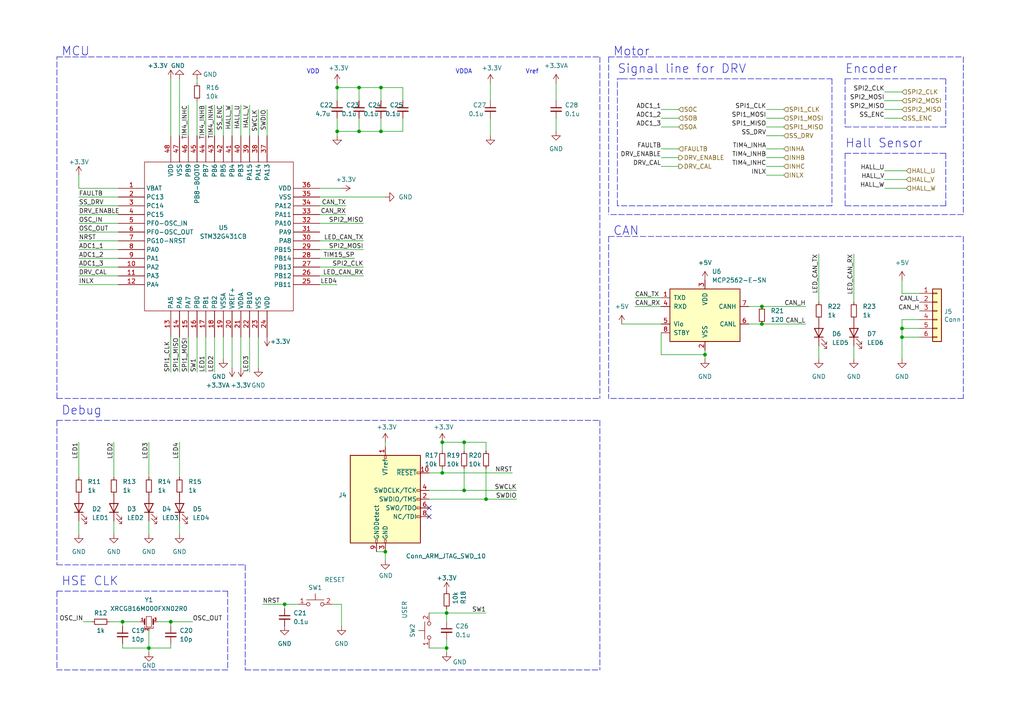
<source format=kicad_sch>
(kicad_sch (version 20231120) (generator "eeschema") (generator_version "8.0")
  (paper "A4")
  (lib_symbols
    (symbol "Connector:Conn_ARM_JTAG_SWD_10" (pin_names (offset 1.016))
      (property "Reference" "J" (at -2.54 16.51 0))
      (property "Value" "Conn_ARM_JTAG_SWD_10" (at -2.54 13.97 0))
      (symbol "Conn_ARM_JTAG_SWD_10_0_1"
        (rectangle (start -10.16 12.7) (end 10.16 -12.7) (stroke (width 0.254)) (fill (type background)))
        (rectangle (start -2.794 -12.7) (end -2.286 -11.684))
        (rectangle (start -0.254 -12.7) (end 0.254 -11.684))
        (rectangle (start -0.254 12.7) (end 0.254 11.684))
        (rectangle (start 9.144 2.286) (end 10.16 2.794))
        (rectangle (start 10.16 -2.794) (end 9.144 -2.286))
        (rectangle (start 10.16 -0.254) (end 9.144 0.254))
        (rectangle (start 10.16 7.874) (end 9.144 7.366))
      )
      (symbol "Conn_ARM_JTAG_SWD_10_1_1"
        (rectangle (start 9.144 -5.334) (end 10.16 -4.826))
        (pin power_in line (at 0 15.24 270) (length 2.54) (name "VTref") (number "1"))
        (pin open_collector line (at 12.7 7.62 180) (length 2.54) (name "~{RESET}") (number "10"))
        (pin bidirectional line (at 12.7 0 180) (length 2.54) (name "SWDIO/TMS") (number "2"))
        (pin power_in line (at 0 -15.24 90) (length 2.54) (name "GND") (number "3"))
        (pin output line (at 12.7 2.54 180) (length 2.54) (name "SWDCLK/TCK") (number "4"))
        (pin passive line (at 0 -15.24 90) (length 2.54) hide (name "GND") (number "5"))
        (pin input line (at 12.7 -2.54 180) (length 2.54) (name "SWO/TDO") (number "6"))
        (pin no_connect line (at -10.16 0 0) (length 2.54) hide (name "KEY") (number "7"))
        (pin output line (at 12.7 -5.08 180) (length 2.54) (name "NC/TDI") (number "8"))
        (pin passive line (at -2.54 -15.24 90) (length 2.54) (name "GNDDetect") (number "9"))
      )
    )
    (symbol "Connector_Generic:Conn_01x06" (pin_names (offset 1.016) hide)
      (property "Reference" "J" (at 0 7.62 0))
      (property "Value" "Conn_01x06" (at 0 -10.16 0))
      (symbol "Conn_01x06_1_1"
        (rectangle (start -1.27 -7.493) (end 0 -7.747) (stroke (width 0.1524)))
        (rectangle (start -1.27 -4.953) (end 0 -5.207) (stroke (width 0.1524)))
        (rectangle (start -1.27 -2.413) (end 0 -2.667) (stroke (width 0.1524)))
        (rectangle (start -1.27 0.127) (end 0 -0.127) (stroke (width 0.1524)))
        (rectangle (start -1.27 2.667) (end 0 2.413) (stroke (width 0.1524)))
        (rectangle (start -1.27 5.207) (end 0 4.953) (stroke (width 0.1524)))
        (rectangle (start -1.27 6.35) (end 1.27 -8.89) (stroke (width 0.254)) (fill (type background)))
        (pin passive line (at -5.08 5.08 0) (length 3.81) (name "Pin_1") (number "1"))
        (pin passive line (at -5.08 2.54 0) (length 3.81) (name "Pin_2") (number "2"))
        (pin passive line (at -5.08 0 0) (length 3.81) (name "Pin_3") (number "3"))
        (pin passive line (at -5.08 -2.54 0) (length 3.81) (name "Pin_4") (number "4"))
        (pin passive line (at -5.08 -5.08 0) (length 3.81) (name "Pin_5") (number "5"))
        (pin passive line (at -5.08 -7.62 0) (length 3.81) (name "Pin_6") (number "6"))
      )
    )
    (symbol "Device:C_Small" (pin_numbers hide) (pin_names (offset 0.254) hide)
      (property "Reference" "C" (at 0.254 1.778 0))
      (property "Value" "C_Small" (at 0.254 -2.032 0))
      (symbol "C_Small_0_1"
        (polyline (pts (xy -1.524 -0.508) (xy 1.524 -0.508)) (stroke (width 0.3302)))
        (polyline (pts (xy -1.524 0.508) (xy 1.524 0.508)) (stroke (width 0.3048)))
      )
      (symbol "C_Small_1_1"
        (pin passive line (at 0 2.54 270) (length 2.032) (name "~") (number "1"))
        (pin passive line (at 0 -2.54 90) (length 2.032) (name "~") (number "2"))
      )
    )
    (symbol "Device:Crystal_GND2_Small" (pin_names (offset 1.016) hide)
      (property "Reference" "Y" (at 0 5.08 0))
      (property "Value" "Crystal_GND2_Small" (at 0 3.175 0))
      (symbol "Crystal_GND2_Small_0_1"
        (rectangle (start -0.762 -1.524) (end 0.762 1.524))
        (polyline (pts (xy -1.27 -0.762) (xy -1.27 0.762)) (stroke (width 0.381)))
        (polyline (pts (xy 1.27 -0.762) (xy 1.27 0.762)) (stroke (width 0.381)))
        (polyline (pts (xy -1.27 -1.27) (xy -1.27 -1.905) (xy 1.27 -1.905) (xy 1.27 -1.27)))
      )
      (symbol "Crystal_GND2_Small_1_1"
        (pin passive line (at -2.54 0 0) (length 1.27) (name "1") (number "1"))
        (pin passive line (at 0 -2.54 90) (length 0.635) (name "2") (number "2"))
        (pin passive line (at 2.54 0 180) (length 1.27) (name "3") (number "3"))
      )
    )
    (symbol "Device:LED" (pin_numbers hide) (pin_names (offset 1.016) hide)
      (property "Reference" "D" (at 0 2.54 0))
      (property "Value" "LED" (at 0 -2.54 0))
      (symbol "LED_0_1"
        (polyline (pts (xy -1.27 -1.27) (xy -1.27 1.27)) (stroke (width 0.254)))
        (polyline (pts (xy -1.27 0) (xy 1.27 0)))
        (polyline (pts (xy 1.27 -1.27) (xy 1.27 1.27) (xy -1.27 0) (xy 1.27 -1.27)) (stroke (width 0.254)))
        (polyline (pts (xy -3.048 -0.762) (xy -4.572 -2.286) (xy -3.81 -2.286) (xy -4.572 -2.286) (xy -4.572 -1.524)))
        (polyline (pts (xy -1.778 -0.762) (xy -3.302 -2.286) (xy -2.54 -2.286) (xy -3.302 -2.286) (xy -3.302 -1.524)))
      )
      (symbol "LED_1_1"
        (pin passive line (at -3.81 0 0) (length 2.54) (name "K") (number "1"))
        (pin passive line (at 3.81 0 180) (length 2.54) (name "A") (number "2"))
      )
    )
    (symbol "Device:R_Small" (pin_numbers hide) (pin_names (offset 0.254) hide)
      (property "Reference" "R" (at 0.762 0.508 0))
      (property "Value" "R_Small" (at 0.762 -1.016 0))
      (symbol "R_Small_0_1"
        (rectangle (start -0.762 1.778) (end 0.762 -1.778) (stroke (width 0.2032)))
      )
      (symbol "R_Small_1_1"
        (pin passive line (at 0 2.54 270) (length 0.762) (name "~") (number "1"))
        (pin passive line (at 0 -2.54 90) (length 0.762) (name "~") (number "2"))
      )
    )
    (symbol "Interface_CAN_LIN:MCP2562-E-SN" (pin_names (offset 1.016))
      (property "Reference" "U" (at -10.16 8.89 0))
      (property "Value" "MCP2562-E-SN" (at 2.54 8.89 0))
      (symbol "MCP2562-E-SN_0_1"
        (rectangle (start -10.16 7.62) (end 10.16 -7.62) (stroke (width 0.254)) (fill (type background)))
      )
      (symbol "MCP2562-E-SN_1_1"
        (pin input line (at -12.7 5.08 0) (length 2.54) (name "TXD") (number "1"))
        (pin power_in line (at 0 -10.16 90) (length 2.54) (name "VSS") (number "2"))
        (pin power_in line (at 0 10.16 270) (length 2.54) (name "VDD") (number "3"))
        (pin output line (at -12.7 2.54 0) (length 2.54) (name "RXD") (number "4"))
        (pin power_in line (at -12.7 -2.54 0) (length 2.54) (name "Vio") (number "5"))
        (pin bidirectional line (at 12.7 -2.54 180) (length 2.54) (name "CANL") (number "6"))
        (pin bidirectional line (at 12.7 2.54 180) (length 2.54) (name "CANH") (number "7"))
        (pin input line (at -12.7 -5.08 0) (length 2.54) (name "STBY") (number "8"))
      )
    )
    (symbol "My_Device:SKRPACE" (pin_names (offset 1.016))
      (property "Reference" "SW" (at 0 6.35 0))
      (property "Value" "My_Device_SKRPACE" (at 0 8.89 0))
      (symbol "SKRPACE_1_1"
        (circle (center -2.032 0) (radius 0.508))
        (polyline (pts (xy 0 1.27) (xy 0 3.048)))
        (polyline (pts (xy 2.54 1.27) (xy -2.54 1.27)))
        (circle (center 2.032 0) (radius 0.508))
        (pin passive line (at -5.08 0 0) (length 2.54) (name "~") (number "1"))
        (pin passive line (at 5.08 0 180) (length 2.54) (name "~") (number "2"))
      )
    )
    (symbol "bldc_lib:STM32G431CB"
      (property "Reference" "U" (at 0 0 0))
      (property "Value" "STM32G431CB" (at 0 -2.54 0))
      (symbol "STM32G431CB_0_1"
        (rectangle (start -21.59 21.59) (end 21.59 -21.59))
      )
      (symbol "STM32G431CB_1_1"
        (pin input line (at -29.21 13.97 0) (length 7.62) (name "VBAT") (number "1"))
        (pin input line (at -29.21 -8.89 0) (length 7.62) (name "PA2") (number "10"))
        (pin input line (at -29.21 -11.43 0) (length 7.62) (name "PA3") (number "11"))
        (pin input line (at -29.21 -13.97 0) (length 7.62) (name "PA4") (number "12"))
        (pin input line (at -13.97 -29.21 90) (length 7.62) (name "PA5") (number "13"))
        (pin input line (at -11.43 -29.21 90) (length 7.62) (name "PA6") (number "14"))
        (pin input line (at -8.89 -29.21 90) (length 7.62) (name "PA7") (number "15"))
        (pin input line (at -6.35 -29.21 90) (length 7.62) (name "PB0") (number "16"))
        (pin input line (at -3.81 -29.21 90) (length 7.62) (name "PB1") (number "17"))
        (pin input line (at -1.27 -29.21 90) (length 7.62) (name "PB2") (number "18"))
        (pin input line (at 1.27 -29.21 90) (length 7.62) (name "VSSA") (number "19"))
        (pin input line (at -29.21 11.43 0) (length 7.62) (name "PC13") (number "2"))
        (pin input line (at 3.81 -29.21 90) (length 7.62) (name "VREF+") (number "20"))
        (pin input line (at 6.35 -29.21 90) (length 7.62) (name "VDDA") (number "21"))
        (pin input line (at 8.89 -29.21 90) (length 7.62) (name "PB10") (number "22"))
        (pin input line (at 11.43 -29.21 90) (length 7.62) (name "VSS") (number "23"))
        (pin input line (at 13.97 -29.21 90) (length 7.62) (name "VDD") (number "24"))
        (pin input line (at 29.21 -13.97 180) (length 7.62) (name "PB11") (number "25"))
        (pin input line (at 29.21 -11.43 180) (length 7.62) (name "PB12") (number "26"))
        (pin input line (at 29.21 -8.89 180) (length 7.62) (name "PB13") (number "27"))
        (pin input line (at 29.21 -6.35 180) (length 7.62) (name "PB14") (number "28"))
        (pin input line (at 29.21 -3.81 180) (length 7.62) (name "PB15") (number "29"))
        (pin input line (at -29.21 8.89 0) (length 7.62) (name "PC14") (number "3"))
        (pin input line (at 29.21 -1.27 180) (length 7.62) (name "PA8") (number "30"))
        (pin input line (at 29.21 1.27 180) (length 7.62) (name "PA9") (number "31"))
        (pin input line (at 29.21 3.81 180) (length 7.62) (name "PA10") (number "32"))
        (pin input line (at 29.21 6.35 180) (length 7.62) (name "PA11") (number "33"))
        (pin input line (at 29.21 8.89 180) (length 7.62) (name "PA12") (number "34"))
        (pin input line (at 29.21 11.43 180) (length 7.62) (name "VSS") (number "35"))
        (pin input line (at 29.21 13.97 180) (length 7.62) (name "VDD") (number "36"))
        (pin input line (at 13.97 29.21 270) (length 7.62) (name "PA13") (number "37"))
        (pin input line (at 11.43 29.21 270) (length 7.62) (name "PA14") (number "38"))
        (pin input line (at 8.89 29.21 270) (length 7.62) (name "PA15") (number "39"))
        (pin input line (at -29.21 6.35 0) (length 7.62) (name "PC15") (number "4"))
        (pin input line (at 6.35 29.21 270) (length 7.62) (name "PB3") (number "40"))
        (pin input line (at 3.81 29.21 270) (length 7.62) (name "PB4") (number "41"))
        (pin input line (at 1.27 29.21 270) (length 7.62) (name "PB5") (number "42"))
        (pin input line (at -1.27 29.21 270) (length 7.62) (name "PB6") (number "43"))
        (pin input line (at -3.81 29.21 270) (length 7.62) (name "PB7") (number "44"))
        (pin input line (at -6.35 29.21 270) (length 7.62) (name "PB8-BOOT0") (number "45"))
        (pin input line (at -8.89 29.21 270) (length 7.62) (name "PB9") (number "46"))
        (pin input line (at -11.43 29.21 270) (length 7.62) (name "VSS") (number "47"))
        (pin input line (at -13.97 29.21 270) (length 7.62) (name "VDD") (number "48"))
        (pin input line (at -29.21 3.81 0) (length 7.62) (name "PF0-OSC_IN") (number "5"))
        (pin input line (at -29.21 1.27 0) (length 7.62) (name "PF0-OSC_OUT") (number "6"))
        (pin input line (at -29.21 -1.27 0) (length 7.62) (name "PG10-NRST") (number "7"))
        (pin input line (at -29.21 -3.81 0) (length 7.62) (name "PA0") (number "8"))
        (pin input line (at -29.21 -6.35 0) (length 7.62) (name "PA1") (number "9"))
      )
    )
    (symbol "power:+3.3V" (power) (pin_names (offset 0))
      (property "Value" "+3.3V" (at 0 3.556 0))
      (symbol "+3.3V_0_1"
        (polyline (pts (xy -0.762 1.27) (xy 0 2.54)))
        (polyline (pts (xy 0 0) (xy 0 2.54)))
        (polyline (pts (xy 0 2.54) (xy 0.762 1.27)))
      )
      (symbol "+3.3V_1_1"
        (pin power_in line (at 0 0 90) (length 0) hide (name "+3.3V") (number "1"))
      )
    )
    (symbol "power:+3.3VA" (power) (pin_names (offset 0))
      (property "Value" "+3.3VA" (at 0 3.556 0))
      (symbol "+3.3VA_0_1"
        (polyline (pts (xy -0.762 1.27) (xy 0 2.54)))
        (polyline (pts (xy 0 0) (xy 0 2.54)))
        (polyline (pts (xy 0 2.54) (xy 0.762 1.27)))
      )
      (symbol "+3.3VA_1_1"
        (pin power_in line (at 0 0 90) (length 0) hide (name "+3.3VA") (number "1"))
      )
    )
    (symbol "power:+5V" (power) (pin_names (offset 0))
      (property "Value" "+5V" (at 0 3.556 0))
      (symbol "+5V_0_1"
        (polyline (pts (xy -0.762 1.27) (xy 0 2.54)))
        (polyline (pts (xy 0 0) (xy 0 2.54)))
        (polyline (pts (xy 0 2.54) (xy 0.762 1.27)))
      )
      (symbol "+5V_1_1"
        (pin power_in line (at 0 0 90) (length 0) hide (name "+5V") (number "1"))
      )
    )
    (symbol "power:GND" (power) (pin_names (offset 0))
      (property "Value" "GND" (at 0 -3.81 0))
      (symbol "GND_0_1"
        (polyline (pts (xy 0 0) (xy 0 -1.27) (xy 1.27 -1.27) (xy 0 -2.54) (xy -1.27 -1.27) (xy 0 -1.27)))
      )
      (symbol "GND_1_1"
        (pin power_in line (at 0 0 270) (length 0) hide (name "GND") (number "1"))
      )
    )
  )
  (junction (at 140.97 144.78))
  (junction (at 104.14 38.1))
  (junction (at 97.79 38.1))
  (junction (at 82.55 175.26))
  (junction (at 261.62 95.25))
  (junction (at 49.53 180.34))
  (junction (at 111.76 160.02))
  (junction (at 128.27 137.16))
  (junction (at 129.54 177.8))
  (junction (at 134.62 142.24))
  (junction (at 128.27 128.27))
  (junction (at 110.49 38.1))
  (junction (at 97.79 25.4))
  (junction (at 104.14 25.4))
  (junction (at 43.18 187.96))
  (junction (at 110.49 25.4))
  (junction (at 220.98 88.9))
  (junction (at 261.62 97.79))
  (junction (at 220.98 93.98))
  (junction (at 129.54 187.96))
  (junction (at 134.62 128.27))
  (junction (at 204.47 102.87))
  (junction (at 35.56 180.34))
  (no_connect (at 124.46 149.86))
  (no_connect (at 124.46 147.32))
  (polyline (pts (xy 176.53 16.51) (xy 176.53 62.23)) (stroke (width 0) (type dash)))
  (wire (pts (xy 92.71 57.15) (xy 111.76 57.15)))
  (wire (pts (xy 222.25 39.37) (xy 227.33 39.37)))
  (wire (pts (xy 204.47 102.87) (xy 204.47 104.14)))
  (polyline (pts (xy 245.11 44.45) (xy 274.32 44.45)) (stroke (width 0) (type dash)))
  (wire (pts (xy 124.46 187.96) (xy 129.54 187.96)))
  (polyline (pts (xy 180.34 22.86) (xy 241.3 22.86)) (stroke (width 0) (type dash)))
  (polyline (pts (xy 279.4 115.57) (xy 176.53 115.57)) (stroke (width 0) (type dash)))
  (wire (pts (xy 124.46 144.78) (xy 140.97 144.78)))
  (wire (pts (xy 82.55 176.53) (xy 82.55 175.26)))
  (polyline (pts (xy 279.4 16.51) (xy 279.4 62.23)) (stroke (width 0) (type dash)))
  (polyline (pts (xy 16.51 171.45) (xy 66.04 171.45)) (stroke (width 0) (type dash)))
  (wire (pts (xy 247.65 100.33) (xy 247.65 104.14)))
  (wire (pts (xy 111.76 162.56) (xy 111.76 160.02)))
  (wire (pts (xy 140.97 128.27) (xy 134.62 128.27)))
  (wire (pts (xy 97.79 34.29) (xy 97.79 38.1)))
  (polyline (pts (xy 173.99 121.92) (xy 173.99 163.83)) (stroke (width 0) (type dash)))
  (wire (pts (xy 237.49 73.66) (xy 237.49 87.63)))
  (wire (pts (xy 261.62 97.79) (xy 266.7 97.79)))
  (wire (pts (xy 97.79 38.1) (xy 104.14 38.1)))
  (wire (pts (xy 233.68 88.9) (xy 220.98 88.9)))
  (wire (pts (xy 45.72 180.34) (xy 49.53 180.34)))
  (wire (pts (xy 54.61 30.48) (xy 54.61 39.37)))
  (wire (pts (xy 191.77 48.26) (xy 196.85 48.26)))
  (wire (pts (xy 52.07 22.86) (xy 52.07 39.37)))
  (wire (pts (xy 74.93 97.79) (xy 74.93 106.68)))
  (wire (pts (xy 222.25 34.29) (xy 227.33 34.29)))
  (wire (pts (xy 22.86 74.93) (xy 34.29 74.93)))
  (wire (pts (xy 49.53 107.95) (xy 49.53 97.79)))
  (wire (pts (xy 43.18 128.27) (xy 43.18 138.43)))
  (wire (pts (xy 116.84 34.29) (xy 116.84 38.1)))
  (wire (pts (xy 140.97 144.78) (xy 149.86 144.78)))
  (polyline (pts (xy 179.07 22.86) (xy 180.34 22.86)) (stroke (width 0) (type dash)))
  (wire (pts (xy 97.79 25.4) (xy 104.14 25.4)))
  (polyline (pts (xy 176.53 68.58) (xy 279.4 68.58)) (stroke (width 0) (type dash)))
  (wire (pts (xy 124.46 177.8) (xy 129.54 177.8)))
  (wire (pts (xy 100.33 62.23) (xy 92.71 62.23)))
  (wire (pts (xy 261.62 92.71) (xy 266.7 92.71)))
  (wire (pts (xy 97.79 25.4) (xy 97.79 24.13)))
  (wire (pts (xy 49.53 186.69) (xy 49.53 187.96)))
  (wire (pts (xy 134.62 142.24) (xy 149.86 142.24)))
  (wire (pts (xy 124.46 137.16) (xy 128.27 137.16)))
  (wire (pts (xy 40.64 180.34) (xy 35.56 180.34)))
  (wire (pts (xy 67.31 30.48) (xy 67.31 39.37)))
  (polyline (pts (xy 16.51 121.92) (xy 16.51 163.83)) (stroke (width 0) (type dash)))
  (wire (pts (xy 220.98 93.98) (xy 217.17 93.98)))
  (wire (pts (xy 92.71 64.77) (xy 105.41 64.77)))
  (polyline (pts (xy 16.51 121.92) (xy 173.99 121.92)) (stroke (width 0) (type dash)))
  (wire (pts (xy 62.23 107.95) (xy 62.23 97.79)))
  (wire (pts (xy 191.77 34.29) (xy 196.85 34.29)))
  (wire (pts (xy 76.2 175.26) (xy 82.55 175.26)))
  (wire (pts (xy 67.31 106.68) (xy 67.31 97.79)))
  (wire (pts (xy 111.76 128.27) (xy 111.76 129.54)))
  (wire (pts (xy 69.85 30.48) (xy 69.85 39.37)))
  (wire (pts (xy 97.79 25.4) (xy 97.79 29.21)))
  (wire (pts (xy 35.56 186.69) (xy 35.56 187.96)))
  (wire (pts (xy 222.25 48.26) (xy 227.33 48.26)))
  (wire (pts (xy 22.86 80.01) (xy 34.29 80.01)))
  (wire (pts (xy 22.86 59.69) (xy 34.29 59.69)))
  (wire (pts (xy 110.49 25.4) (xy 110.49 29.21)))
  (polyline (pts (xy 241.3 59.69) (xy 179.07 59.69)) (stroke (width 0) (type dash)))
  (wire (pts (xy 222.25 45.72) (xy 227.33 45.72)))
  (wire (pts (xy 22.86 67.31) (xy 34.29 67.31)))
  (wire (pts (xy 140.97 177.8) (xy 129.54 177.8)))
  (polyline (pts (xy 16.51 171.45) (xy 16.51 194.31)) (stroke (width 0) (type dash)))
  (polyline (pts (xy 245.11 22.86) (xy 274.32 22.86)) (stroke (width 0) (type dash)))
  (wire (pts (xy 22.86 151.13) (xy 22.86 154.94)))
  (wire (pts (xy 69.85 106.68) (xy 69.85 97.79)))
  (wire (pts (xy 57.15 97.79) (xy 57.15 107.95)))
  (polyline (pts (xy 241.3 22.86) (xy 241.3 59.69)) (stroke (width 0) (type dash)))
  (wire (pts (xy 261.62 92.71) (xy 261.62 95.25)))
  (wire (pts (xy 128.27 137.16) (xy 148.59 137.16)))
  (wire (pts (xy 104.14 25.4) (xy 110.49 25.4)))
  (wire (pts (xy 261.62 97.79) (xy 261.62 104.14)))
  (wire (pts (xy 92.71 80.01) (xy 105.41 80.01)))
  (wire (pts (xy 33.02 151.13) (xy 33.02 154.94)))
  (wire (pts (xy 22.86 64.77) (xy 34.29 64.77)))
  (wire (pts (xy 72.39 97.79) (xy 72.39 107.95)))
  (polyline (pts (xy 274.32 36.83) (xy 245.11 36.83)) (stroke (width 0) (type dash)))
  (polyline (pts (xy 279.4 68.58) (xy 279.4 115.57)) (stroke (width 0) (type dash)))
  (wire (pts (xy 256.54 54.61) (xy 262.89 54.61)))
  (polyline (pts (xy 274.32 22.86) (xy 274.32 36.83)) (stroke (width 0) (type dash)))
  (wire (pts (xy 34.29 69.85) (xy 22.86 69.85)))
  (wire (pts (xy 256.54 52.07) (xy 262.89 52.07)))
  (wire (pts (xy 110.49 25.4) (xy 116.84 25.4)))
  (wire (pts (xy 128.27 135.89) (xy 128.27 137.16)))
  (wire (pts (xy 116.84 25.4) (xy 116.84 29.21)))
  (wire (pts (xy 191.77 36.83) (xy 196.85 36.83)))
  (wire (pts (xy 191.77 43.18) (xy 196.85 43.18)))
  (wire (pts (xy 64.77 30.48) (xy 64.77 39.37)))
  (polyline (pts (xy 176.53 68.58) (xy 176.53 115.57)) (stroke (width 0) (type dash)))
  (wire (pts (xy 31.75 180.34) (xy 35.56 180.34)))
  (wire (pts (xy 100.33 59.69) (xy 92.71 59.69)))
  (wire (pts (xy 104.14 38.1) (xy 110.49 38.1)))
  (wire (pts (xy 237.49 100.33) (xy 237.49 104.14)))
  (wire (pts (xy 62.23 30.48) (xy 62.23 39.37)))
  (wire (pts (xy 57.15 29.21) (xy 57.15 39.37)))
  (wire (pts (xy 92.71 77.47) (xy 105.41 77.47)))
  (wire (pts (xy 256.54 49.53) (xy 262.89 49.53)))
  (wire (pts (xy 191.77 102.87) (xy 204.47 102.87)))
  (wire (pts (xy 222.25 36.83) (xy 227.33 36.83)))
  (wire (pts (xy 124.46 142.24) (xy 134.62 142.24)))
  (polyline (pts (xy 71.12 163.83) (xy 71.12 194.31)) (stroke (width 0) (type dash)))
  (wire (pts (xy 82.55 175.26) (xy 86.36 175.26)))
  (polyline (pts (xy 179.07 59.69) (xy 179.07 22.86)) (stroke (width 0) (type dash)))
  (wire (pts (xy 92.71 54.61) (xy 99.06 54.61)))
  (wire (pts (xy 22.86 128.27) (xy 22.86 138.43)))
  (wire (pts (xy 220.98 88.9) (xy 217.17 88.9)))
  (wire (pts (xy 22.86 62.23) (xy 34.29 62.23)))
  (wire (pts (xy 161.29 24.13) (xy 161.29 29.21)))
  (wire (pts (xy 180.34 93.98) (xy 191.77 93.98)))
  (wire (pts (xy 191.77 45.72) (xy 196.85 45.72)))
  (wire (pts (xy 57.15 22.86) (xy 57.15 24.13)))
  (wire (pts (xy 247.65 73.66) (xy 247.65 87.63)))
  (wire (pts (xy 22.86 77.47) (xy 34.29 77.47)))
  (wire (pts (xy 35.56 187.96) (xy 43.18 187.96)))
  (polyline (pts (xy 16.51 16.51) (xy 173.99 16.51)) (stroke (width 0) (type dash)))
  (wire (pts (xy 110.49 34.29) (xy 110.49 38.1)))
  (polyline (pts (xy 173.99 16.51) (xy 173.99 115.57)) (stroke (width 0) (type dash)))
  (wire (pts (xy 49.53 180.34) (xy 49.53 181.61)))
  (wire (pts (xy 105.41 69.85) (xy 92.71 69.85)))
  (wire (pts (xy 142.24 24.13) (xy 142.24 29.21)))
  (wire (pts (xy 104.14 34.29) (xy 104.14 38.1)))
  (wire (pts (xy 43.18 187.96) (xy 49.53 187.96)))
  (wire (pts (xy 49.53 180.34) (xy 55.88 180.34)))
  (wire (pts (xy 140.97 130.81) (xy 140.97 128.27)))
  (polyline (pts (xy 173.99 163.83) (xy 173.99 194.31)) (stroke (width 0) (type dash)))
  (wire (pts (xy 49.53 22.86) (xy 49.53 39.37)))
  (polyline (pts (xy 274.32 59.69) (xy 245.11 59.69)) (stroke (width 0) (type dash)))
  (wire (pts (xy 64.77 97.79) (xy 64.77 104.14)))
  (wire (pts (xy 161.29 34.29) (xy 161.29 38.1)))
  (wire (pts (xy 43.18 182.88) (xy 43.18 187.96)))
  (wire (pts (xy 256.54 26.67) (xy 261.62 26.67)))
  (polyline (pts (xy 16.51 163.83) (xy 71.12 163.83)) (stroke (width 0) (type dash)))
  (wire (pts (xy 128.27 128.27) (xy 128.27 130.81)))
  (wire (pts (xy 261.62 95.25) (xy 266.7 95.25)))
  (wire (pts (xy 184.15 88.9) (xy 191.77 88.9)))
  (wire (pts (xy 102.87 74.93) (xy 92.71 74.93)))
  (wire (pts (xy 261.62 95.25) (xy 261.62 97.79)))
  (wire (pts (xy 134.62 128.27) (xy 128.27 128.27)))
  (wire (pts (xy 111.76 160.02) (xy 109.22 160.02)))
  (wire (pts (xy 129.54 176.53) (xy 129.54 177.8)))
  (polyline (pts (xy 71.12 194.31) (xy 173.99 194.31)) (stroke (width 0) (type dash)))
  (wire (pts (xy 104.14 25.4) (xy 104.14 29.21)))
  (polyline (pts (xy 16.51 115.57) (xy 16.51 16.51)) (stroke (width 0) (type dash)))
  (wire (pts (xy 191.77 96.52) (xy 191.77 102.87)))
  (wire (pts (xy 52.07 128.27) (xy 52.07 138.43)))
  (polyline (pts (xy 245.11 44.45) (xy 245.11 59.69)) (stroke (width 0) (type dash)))
  (wire (pts (xy 77.47 31.75) (xy 77.47 39.37)))
  (wire (pts (xy 22.86 50.8) (xy 22.86 54.61)))
  (wire (pts (xy 261.62 85.09) (xy 261.62 81.28)))
  (polyline (pts (xy 66.04 171.45) (xy 66.04 194.31)) (stroke (width 0) (type dash)))
  (wire (pts (xy 129.54 185.42) (xy 129.54 187.96)))
  (wire (pts (xy 233.68 93.98) (xy 220.98 93.98)))
  (wire (pts (xy 43.18 187.96) (xy 43.18 189.23)))
  (polyline (pts (xy 245.11 22.86) (xy 245.11 36.83)) (stroke (width 0) (type dash)))
  (wire (pts (xy 204.47 101.6) (xy 204.47 102.87)))
  (polyline (pts (xy 176.53 16.51) (xy 279.4 16.51)) (stroke (width 0) (type dash)))
  (wire (pts (xy 22.86 82.55) (xy 34.29 82.55)))
  (wire (pts (xy 261.62 85.09) (xy 266.7 85.09)))
  (wire (pts (xy 54.61 107.95) (xy 54.61 97.79)))
  (wire (pts (xy 222.25 43.18) (xy 227.33 43.18)))
  (wire (pts (xy 59.69 107.95) (xy 59.69 97.79)))
  (wire (pts (xy 52.07 107.95) (xy 52.07 97.79)))
  (wire (pts (xy 191.77 31.75) (xy 196.85 31.75)))
  (wire (pts (xy 97.79 38.1) (xy 97.79 39.37)))
  (wire (pts (xy 256.54 34.29) (xy 261.62 34.29)))
  (wire (pts (xy 134.62 130.81) (xy 134.62 128.27)))
  (polyline (pts (xy 274.32 44.45) (xy 274.32 59.69)) (stroke (width 0) (type dash)))
  (wire (pts (xy 99.06 181.61) (xy 99.06 175.26)))
  (polyline (pts (xy 66.04 194.31) (xy 16.51 194.31)) (stroke (width 0) (type dash)))
  (wire (pts (xy 52.07 151.13) (xy 52.07 154.94)))
  (wire (pts (xy 72.39 30.48) (xy 72.39 39.37)))
  (wire (pts (xy 134.62 135.89) (xy 134.62 142.24)))
  (wire (pts (xy 22.86 57.15) (xy 34.29 57.15)))
  (wire (pts (xy 43.18 151.13) (xy 43.18 154.94)))
  (wire (pts (xy 184.15 86.36) (xy 191.77 86.36)))
  (wire (pts (xy 22.86 54.61) (xy 34.29 54.61)))
  (wire (pts (xy 59.69 30.48) (xy 59.69 39.37)))
  (wire (pts (xy 129.54 177.8) (xy 129.54 180.34)))
  (wire (pts (xy 22.86 72.39) (xy 34.29 72.39)))
  (wire (pts (xy 99.06 175.26) (xy 96.52 175.26)))
  (wire (pts (xy 129.54 189.23) (xy 129.54 187.96)))
  (wire (pts (xy 35.56 180.34) (xy 35.56 181.61)))
  (wire (pts (xy 24.13 180.34) (xy 26.67 180.34)))
  (wire (pts (xy 97.79 82.55) (xy 92.71 82.55)))
  (wire (pts (xy 256.54 29.21) (xy 261.62 29.21)))
  (wire (pts (xy 142.24 34.29) (xy 142.24 39.37)))
  (wire (pts (xy 74.93 31.75) (xy 74.93 39.37)))
  (wire (pts (xy 222.25 31.75) (xy 227.33 31.75)))
  (wire (pts (xy 33.02 128.27) (xy 33.02 138.43)))
  (wire (pts (xy 222.25 50.8) (xy 227.33 50.8)))
  (polyline (pts (xy 16.51 115.57) (xy 173.99 115.57)) (stroke (width 0) (type dash)))
  (wire (pts (xy 92.71 72.39) (xy 105.41 72.39)))
  (polyline (pts (xy 279.4 62.23) (xy 176.53 62.23)) (stroke (width 0) (type dash)))
  (wire (pts (xy 256.54 31.75) (xy 261.62 31.75)))
  (wire (pts (xy 110.49 38.1) (xy 116.84 38.1)))
  (wire (pts (xy 140.97 135.89) (xy 140.97 144.78)))
  (text "Motor" (at 177.8 16.51 0) (effects (font (size 2.54 2.54)) (justify left bottom)))
  (text "HSE CLK" (at 17.78 170.18 0) (effects (font (size 2.54 2.54)) (justify left bottom)))
  (text "MCU" (at 17.78 16.51 0) (effects (font (size 2.54 2.54)) (justify left bottom)))
  (text "CAN" (at 177.8 68.58 0) (effects (font (size 2.54 2.54)) (justify left bottom)))
  (text "Encoder" (at 245.11 21.59 0) (effects (font (size 2.54 2.54)) (justify left bottom)))
  (text "Signal line for DRV" (at 179.07 21.59 0) (effects (font (size 2.54 2.54)) (justify left bottom)))
  (text "Debug" (at 17.78 120.65 0) (effects (font (size 2.54 2.54)) (justify left bottom)))
  (text "VDD" (at 88.9 21.59 0) (effects (font (size 1.27 1.27)) (justify left bottom)))
  (text "Vref" (at 152.4 21.59 0) (effects (font (size 1.27 1.27)) (justify left bottom)))
  (text "VDDA" (at 132.08 21.59 0) (effects (font (size 1.27 1.27)) (justify left bottom)))
  (text "Hall Sensor" (at 245.11 43.18 0) (effects (font (size 2.54 2.54)) (justify left bottom)))
  (label "SPI1_MISO" (at 52.07 107.95 90))
  (label "DRV_CAL" (at 22.86 80.01 0))
  (label "LED_CAN_TX" (at 237.49 73.66 270))
  (label "SPI2_CLK" (at 105.41 77.47 180))
  (label "SS_DRV" (at 22.86 59.69 0))
  (label "INLX" (at 22.86 82.55 0))
  (label "OSC_OUT" (at 22.86 67.31 0))
  (label "DRV_ENABLE" (at 22.86 62.23 0))
  (label "LED4" (at 97.79 82.55 180))
  (label "FAULTB" (at 191.77 43.18 180))
  (label "ADC1_2" (at 191.77 34.29 180))
  (label "TIM4_INHA" (at 222.25 43.18 180))
  (label "SS_ENC" (at 64.77 30.48 270))
  (label "HALL_W" (at 256.54 54.61 180))
  (label "LED_CAN_RX" (at 105.41 80.01 180))
  (label "CAN_L" (at 233.68 93.98 180))
  (label "OSC_IN" (at 22.86 64.77 0))
  (label "SWCLK" (at 74.93 31.75 270))
  (label "LED_CAN_RX" (at 247.65 73.66 270))
  (label "SS_ENC" (at 256.54 34.29 180))
  (label "ADC1_3" (at 191.77 36.83 180))
  (label "SPI1_CLK" (at 222.25 31.75 180))
  (label "CAN_H" (at 233.68 88.9 180))
  (label "LED1" (at 59.69 107.95 90))
  (label "OSC_OUT" (at 55.88 180.34 0))
  (label "TIM15_SP" (at 102.87 74.93 180))
  (label "DRV_ENABLE" (at 191.77 45.72 180))
  (label "SPI2_MISO" (at 105.41 64.77 180))
  (label "ADC1_1" (at 22.86 72.39 0))
  (label "SWDIO" (at 149.86 144.78 180))
  (label "SS_DRV" (at 222.25 39.37 180))
  (label "DRV_CAL" (at 191.77 48.26 180))
  (label "SPI1_MOSI" (at 222.25 34.29 180))
  (label "CAN_H" (at 266.7 90.17 180))
  (label "TIM4_INHC" (at 54.61 30.48 270))
  (label "SPI2_MISO" (at 256.54 31.75 180))
  (label "SPI2_MOSI" (at 256.54 29.21 180))
  (label "SPI1_CLK" (at 49.53 107.95 90))
  (label "SW1" (at 57.15 107.95 90))
  (label "OSC_IN" (at 24.13 180.34 180))
  (label "LED4" (at 52.07 128.27 270))
  (label "TIM4_INHB" (at 59.69 30.48 270))
  (label "LED2" (at 33.02 128.27 270))
  (label "CAN_TX" (at 100.33 59.69 180))
  (label "CAN_RX" (at 184.15 88.9 0))
  (label "NRST" (at 76.2 175.26 0))
  (label "SPI1_MOSI" (at 54.61 107.95 90))
  (label "TIM4_INHC" (at 222.25 48.26 180))
  (label "NRST" (at 22.86 69.85 0))
  (label "SWDIO" (at 77.47 31.75 270))
  (label "HALL_U" (at 69.85 30.48 270))
  (label "SW1" (at 140.97 177.8 180))
  (label "NRST" (at 148.59 137.16 180))
  (label "INLX" (at 222.25 50.8 180))
  (label "SPI1_MISO" (at 222.25 36.83 180))
  (label "HALL_V" (at 256.54 52.07 180))
  (label "ADC1_3" (at 22.86 77.47 0))
  (label "LED3" (at 43.18 128.27 270))
  (label "ADC1_1" (at 191.77 31.75 180))
  (label "LED2" (at 62.23 107.95 90))
  (label "FAULTB" (at 22.86 57.15 0))
  (label "SPI2_MOSI" (at 105.41 72.39 180))
  (label "HALL_V" (at 72.39 30.48 270))
  (label "LED1" (at 22.86 128.27 270))
  (label "TIM4_INHA" (at 62.23 30.48 270))
  (label "CAN_TX" (at 184.15 86.36 0))
  (label "SWCLK" (at 149.86 142.24 180))
  (label "CAN_L" (at 266.7 87.63 180))
  (label "LED_CAN_TX" (at 105.41 69.85 180))
  (label "ADC1_2" (at 22.86 74.93 0))
  (label "HALL_U" (at 256.54 49.53 180))
  (label "TIM4_INHB" (at 222.25 45.72 180))
  (label "LED3" (at 72.39 107.95 90))
  (label "CAN_RX" (at 100.33 62.23 180))
  (label "SPI2_CLK" (at 256.54 26.67 180))
  (label "HALL_W" (at 67.31 30.48 270))
  (hierarchical_label "SOC" (shape input) (at 196.85 31.75 0))
  (hierarchical_label "SPI1_CLK" (shape input) (at 227.33 31.75 0))
  (hierarchical_label "SPI2_CLK" (shape input) (at 261.62 26.67 0))
  (hierarchical_label "SPI2_MOSI" (shape input) (at 261.62 29.21 0))
  (hierarchical_label "FAULTB" (shape input) (at 196.85 43.18 0))
  (hierarchical_label "HALL_U" (shape input) (at 262.89 49.53 0))
  (hierarchical_label "DRV_ENABLE" (shape output) (at 196.85 45.72 0))
  (hierarchical_label "SPI1_MOSI" (shape input) (at 227.33 34.29 0))
  (hierarchical_label "SS_ENC" (shape input) (at 261.62 34.29 0))
  (hierarchical_label "SS_DRV" (shape input) (at 227.33 39.37 0))
  (hierarchical_label "INLX" (shape input) (at 227.33 50.8 0))
  (hierarchical_label "SOA" (shape input) (at 196.85 36.83 0))
  (hierarchical_label "HALL_W" (shape input) (at 262.89 54.61 0))
  (hierarchical_label "INHC" (shape input) (at 227.33 48.26 0))
  (hierarchical_label "SPI1_MISO" (shape input) (at 227.33 36.83 0))
  (hierarchical_label "HALL_V" (shape input) (at 262.89 52.07 0))
  (hierarchical_label "INHB" (shape input) (at 227.33 45.72 0))
  (hierarchical_label "INHA" (shape input) (at 227.33 43.18 0))
  (hierarchical_label "SPI2_MISO" (shape input) (at 261.62 31.75 0))
  (hierarchical_label "SOB" (shape input) (at 196.85 34.29 0))
  (hierarchical_label "DRV_CAL" (shape output) (at 196.85 48.26 0))
  (symbol (lib_id "power:+3.3V") (at 77.47 97.79 180) (unit 1)
    (property "Reference" "#PWR052" (effects (hide yes)))
    (property "Value" "+3.3V" (at 81.28 99.06 0))
  )
  (symbol (lib_id "power:GND") (at 43.18 154.94 0) (unit 1)
    (property "Reference" "#PWR042" (effects (hide yes)))
    (property "Value" "GND" (at 43.18 160.02 0))
  )
  (symbol (lib_id "power:GND") (at 99.06 181.61 0) (unit 1)
    (property "Reference" "#PWR057" (effects (hide yes)))
    (property "Value" "GND" (at 99.06 186.69 0))
  )
  (symbol (lib_id "power:GND") (at 82.55 181.61 0) (unit 1)
    (property "Reference" "#PWR053" (effects (hide yes)))
    (property "Value" "GND" (at 82.55 186.69 0))
  )
  (symbol (lib_id "My_Device:SKRPACE") (at 124.46 182.88 90) (unit 1)
    (property "Reference" "SW2" (at 119.634 180.848 0) (effects (justify right)))
    (property "Value" "USER" (at 117.348 174.244 0) (effects (justify right)))
    (property "Footprint" "half_mouse_lib:TVAF06-A020B-R" (effects (hide yes)))
  )
  (symbol (lib_id "Device:C_Small") (at 35.56 184.15 0) (unit 1)
    (property "Reference" "C19" (at 38.1 182.8862 0) (effects (justify left)))
    (property "Value" "10p" (at 38.1 185.4262 0) (effects (justify left)))
    (property "Footprint" "Capacitor_SMD:C_0402_1005Metric_Pad0.74x0.62mm_HandSolder" (effects (hide yes)))
  )
  (symbol (lib_id "Device:R_Small") (at 247.65 90.17 0) (unit 1)
    (property "Reference" "R23" (at 250.19 88.8999 0) (effects (justify left)))
    (property "Value" "1k" (at 250.19 91.4399 0) (effects (justify left)))
    (property "Footprint" "Resistor_SMD:R_0603_1608Metric_Pad0.98x0.95mm_HandSolder" (effects (hide yes)))
  )
  (symbol (lib_id "Device:R_Small") (at 237.49 90.17 0) (unit 1)
    (property "Reference" "R22" (at 240.03 88.8999 0) (effects (justify left)))
    (property "Value" "1k" (at 240.03 91.4399 0) (effects (justify left)))
    (property "Footprint" "Resistor_SMD:R_0603_1608Metric_Pad0.98x0.95mm_HandSolder" (effects (hide yes)))
  )
  (symbol (lib_id "Device:R_Small") (at 22.86 140.97 0) (unit 1)
    (property "Reference" "R11" (at 25.4 139.6999 0) (effects (justify left)))
    (property "Value" "1k" (at 25.4 142.2399 0) (effects (justify left)))
    (property "Footprint" "Resistor_SMD:R_0603_1608Metric_Pad0.98x0.95mm_HandSolder" (effects (hide yes)))
  )
  (symbol (lib_id "Device:C_Small") (at 104.14 31.75 0) (unit 1)
    (property "Reference" "C23" (at 100.33 30.48 0) (effects (justify left)))
    (property "Value" "0.1u" (at 99.06 33.02 0) (effects (justify left)))
    (property "Footprint" "Capacitor_SMD:C_0603_1608Metric" (effects (hide yes)))
  )
  (symbol (lib_id "power:+3.3VA") (at 67.31 106.68 180) (unit 1)
    (property "Reference" "#PWR049" (effects (hide yes)))
    (property "Value" "+3.3VA" (at 59.69 111.76 0) (effects (justify right)))
  )
  (symbol (lib_id "Device:LED") (at 237.49 96.52 90) (unit 1)
    (property "Reference" "D6" (at 241.3 96.8374 90) (effects (justify right)))
    (property "Value" "LED5" (at 241.3 99.3774 90) (effects (justify right)))
    (property "Footprint" "LED_SMD:LED_0603_1608Metric" (effects (hide yes)))
  )
  (symbol (lib_id "Device:LED") (at 33.02 147.32 90) (unit 1)
    (property "Reference" "D3" (at 36.83 147.6374 90) (effects (justify right)))
    (property "Value" "LED2" (at 36.83 150.1774 90) (effects (justify right)))
    (property "Footprint" "LED_SMD:LED_0603_1608Metric" (effects (hide yes)))
  )
  (symbol (lib_id "power:GND") (at 261.62 104.14 0) (unit 1)
    (property "Reference" "#PWR074" (effects (hide yes)))
    (property "Value" "GND" (at 261.62 109.22 0))
  )
  (symbol (lib_id "Device:LED") (at 43.18 147.32 90) (unit 1)
    (property "Reference" "D4" (at 46.99 147.6374 90) (effects (justify right)))
    (property "Value" "LED3" (at 46.99 150.1774 90) (effects (justify right)))
    (property "Footprint" "LED_SMD:LED_0603_1608Metric" (effects (hide yes)))
  )
  (symbol (lib_id "power:+3.3V") (at 129.54 171.45 0) (unit 1)
    (property "Reference" "#PWR062" (effects (hide yes)))
    (property "Value" "+3.3V" (at 129.54 167.64 0))
  )
  (symbol (lib_id "My_Device:SKRPACE") (at 91.44 175.26 0) (unit 1)
    (property "Reference" "SW1" (at 93.472 170.434 0) (effects (justify right)))
    (property "Value" "RESET" (at 100.076 168.148 0) (effects (justify right)))
    (property "Footprint" "half_mouse_lib:TVAF06-A020B-R" (effects (hide yes)))
  )
  (symbol (lib_id "power:GND") (at 64.77 104.14 0) (unit 1)
    (property "Reference" "#PWR048" (effects (hide yes)))
    (property "Value" "GND" (at 63.5 109.22 0))
  )
  (symbol (lib_id "power:GND") (at 204.47 104.14 0) (unit 1)
    (property "Reference" "#PWR070" (effects (hide yes)))
    (property "Value" "GND" (at 204.47 109.22 0))
  )
  (symbol (lib_id "Device:R_Small") (at 52.07 140.97 0) (unit 1)
    (property "Reference" "R15" (at 54.61 139.6999 0) (effects (justify left)))
    (property "Value" "1k" (at 54.61 142.2399 0) (effects (justify left)))
    (property "Footprint" "Resistor_SMD:R_0603_1608Metric_Pad0.98x0.95mm_HandSolder" (effects (hide yes)))
  )
  (symbol (lib_id "power:+3.3V") (at 49.53 22.86 0) (unit 1)
    (property "Reference" "#PWR044" (effects (hide yes)))
    (property "Value" "+3.3V" (at 45.72 19.05 0))
  )
  (symbol (lib_id "Device:C_Small") (at 49.53 184.15 0) (unit 1)
    (property "Reference" "C20" (at 52.07 182.8862 0) (effects (justify left)))
    (property "Value" "10p" (at 52.07 185.4262 0) (effects (justify left)))
    (property "Footprint" "Capacitor_SMD:C_0402_1005Metric_Pad0.74x0.62mm_HandSolder" (effects (hide yes)))
  )
  (symbol (lib_id "power:GND") (at 33.02 154.94 0) (unit 1)
    (property "Reference" "#PWR041" (effects (hide yes)))
    (property "Value" "GND" (at 33.02 160.02 0))
  )
  (symbol (lib_id "Device:R_Small") (at 33.02 140.97 0) (unit 1)
    (property "Reference" "R13" (at 35.56 139.6999 0) (effects (justify left)))
    (property "Value" "1k" (at 35.56 142.2399 0) (effects (justify left)))
    (property "Footprint" "Resistor_SMD:R_0603_1608Metric_Pad0.98x0.95mm_HandSolder" (effects (hide yes)))
  )
  (symbol (lib_id "power:GND") (at 237.49 104.14 0) (unit 1)
    (property "Reference" "#PWR071" (effects (hide yes)))
    (property "Value" "GND" (at 237.49 109.22 0))
  )
  (symbol (lib_id "Device:R_Small") (at 43.18 140.97 0) (unit 1)
    (property "Reference" "R14" (at 45.72 139.6999 0) (effects (justify left)))
    (property "Value" "1k" (at 45.72 142.2399 0) (effects (justify left)))
    (property "Footprint" "Resistor_SMD:R_0603_1608Metric_Pad0.98x0.95mm_HandSolder" (effects (hide yes)))
  )
  (symbol (lib_id "Device:R_Small") (at 129.54 173.99 0) (unit 1)
    (property "Reference" "R18" (at 134.3914 175.26 90) (effects (justify left)))
    (property "Value" "10k" (at 132.08 175.26 90) (effects (justify left)))
    (property "Footprint" "Resistor_SMD:R_0603_1608Metric_Pad0.98x0.95mm_HandSolder" (effects (hide yes)))
  )
  (symbol (lib_id "bldc_lib:STM32G431CB") (at 63.5 68.58 0) (unit 1)
    (property "Reference" "U5" (at 64.77 66.04 0))
    (property "Value" "STM32G431CB" (at 64.77 68.58 0))
    (property "Footprint" "Package_QFP:LQFP-48_7x7mm_P0.5mm" (effects (hide yes)))
  )
  (symbol (lib_id "power:GND") (at 52.07 154.94 0) (unit 1)
    (property "Reference" "#PWR046" (effects (hide yes)))
    (property "Value" "GND" (at 52.07 160.02 0))
  )
  (symbol (lib_id "Device:R_Small") (at 57.15 26.67 180) (unit 1)
    (property "Reference" "R16" (at 59.69 25.3999 0) (effects (justify right)))
    (property "Value" "10k" (at 59.69 27.9399 0) (effects (justify right)))
    (property "Footprint" "Resistor_SMD:R_0603_1608Metric_Pad0.98x0.95mm_HandSolder" (effects (hide yes)))
  )
  (symbol (lib_id "power:GND") (at 129.54 189.23 0) (unit 1)
    (property "Reference" "#PWR063" (effects (hide yes)))
    (property "Value" "GND" (at 133.35 192.024 0))
  )
  (symbol (lib_id "power:GND") (at 74.93 106.68 0) (unit 1)
    (property "Reference" "#PWR051" (effects (hide yes)))
    (property "Value" "GND" (at 74.93 111.76 0))
  )
  (symbol (lib_id "power:+3.3VA") (at 161.29 24.13 0) (unit 1)
    (property "Reference" "#PWR066" (effects (hide yes)))
    (property "Value" "+3.3VA" (at 161.29 19.05 0))
  )
  (symbol (lib_id "power:+3.3V") (at 22.86 50.8 0) (unit 1)
    (property "Reference" "#PWR039" (effects (hide yes)))
    (property "Value" "+3.3V" (at 22.86 46.99 0))
  )
  (symbol (lib_id "Device:R_Small") (at 29.21 180.34 90) (unit 1)
    (property "Reference" "R12" (at 29.21 177.8 90))
    (property "Value" "1k" (at 29.21 182.88 90))
    (property "Footprint" "Resistor_SMD:R_0402_1005Metric_Pad0.72x0.64mm_HandSolder" (effects (hide yes)))
  )
  (symbol (lib_id "power:GND") (at 111.76 57.15 90) (unit 1)
    (property "Reference" "#PWR058" (effects (hide yes)))
    (property "Value" "GND" (at 115.57 57.1499 90) (effects (justify right)))
  )
  (symbol (lib_id "Device:C_Small") (at 161.29 31.75 0) (unit 1)
    (property "Reference" "C28" (at 163.83 30.4862 0) (effects (justify left)))
    (property "Value" "0.1u" (at 163.83 33.0262 0) (effects (justify left)))
    (property "Footprint" "Capacitor_SMD:C_0603_1608Metric" (effects (hide yes)))
  )
  (symbol (lib_id "Device:C_Small") (at 82.55 179.07 0) (unit 1)
    (property "Reference" "C21" (at 85.09 177.8062 0) (effects (justify left)))
    (property "Value" "0.1u" (at 85.09 180.3462 0) (effects (justify left)))
    (property "Footprint" "Capacitor_SMD:C_0603_1608Metric_Pad1.08x0.95mm_HandSolder" (effects (hide yes)))
  )
  (symbol (lib_id "Device:Crystal_GND2_Small") (at 43.18 180.34 0) (unit 1)
    (property "Reference" "Y1" (at 43.18 173.99 0))
    (property "Value" "XRCGB16M000FXN02R0" (at 43.18 176.53 0))
    (property "Footprint" "bldc:XRCGB16M000FXN02R0" (effects (hide yes)))
  )
  (symbol (lib_id "Device:C_Small") (at 142.24 31.75 0) (unit 1)
    (property "Reference" "C27" (at 137.16 30.48 0) (effects (justify left)))
    (property "Value" "0.1u" (at 135.89 33.02 0) (effects (justify left)))
    (property "Footprint" "Capacitor_SMD:C_0603_1608Metric" (effects (hide yes)))
  )
  (symbol (lib_id "power:GND") (at 247.65 104.14 0) (unit 1)
    (property "Reference" "#PWR072" (effects (hide yes)))
    (property "Value" "GND" (at 247.65 109.22 0))
  )
  (symbol (lib_id "power:+3.3V") (at 99.06 54.61 270) (unit 1)
    (property "Reference" "#PWR056" (effects (hide yes)))
    (property "Value" "+3.3V" (at 100.33 52.07 90))
  )
  (symbol (lib_id "power:GND") (at 142.24 39.37 0) (unit 1)
    (property "Reference" "#PWR065" (effects (hide yes)))
    (property "Value" "GND" (effects (hide yes)))
  )
  (symbol (lib_id "Device:R_Small") (at 134.62 133.35 0) (unit 1)
    (property "Reference" "R19" (at 129.54 132.08 0) (effects (justify left)))
    (property "Value" "10k" (at 129.54 134.62 0) (effects (justify left)))
    (property "Footprint" "Resistor_SMD:R_0603_1608Metric_Pad0.98x0.95mm_HandSolder" (effects (hide yes)))
  )
  (symbol (lib_id "Device:C_Small") (at 110.49 31.75 0) (unit 1)
    (property "Reference" "C24" (at 106.68 30.48 0) (effects (justify left)))
    (property "Value" "0.1u" (at 105.41 33.02 0) (effects (justify left)))
    (property "Footprint" "Capacitor_SMD:C_0603_1608Metric" (effects (hide yes)))
  )
  (symbol (lib_id "power:+5V") (at 180.34 93.98 0) (unit 1)
    (property "Reference" "#PWR068" (effects (hide yes)))
    (property "Value" "+5V" (at 180.34 88.9 0))
  )
  (symbol (lib_id "power:+3.3V") (at 111.76 128.27 0) (unit 1)
    (property "Reference" "#PWR059" (effects (hide yes)))
    (property "Value" "+3.3V" (at 112.141 123.8758 0))
  )
  (symbol (lib_id "Device:C_Small") (at 129.54 182.88 0) (unit 1)
    (property "Reference" "C26" (at 132.08 181.6162 0) (effects (justify left)))
    (property "Value" "0.1u" (at 132.08 184.1562 0) (effects (justify left)))
    (property "Footprint" "Capacitor_SMD:C_0603_1608Metric_Pad1.08x0.95mm_HandSolder" (effects (hide yes)))
  )
  (symbol (lib_id "power:GND") (at 22.86 154.94 0) (unit 1)
    (property "Reference" "#PWR040" (effects (hide yes)))
    (property "Value" "GND" (at 22.86 160.02 0))
  )
  (symbol (lib_id "power:GND") (at 43.18 189.23 0) (unit 1)
    (property "Reference" "#PWR043" (effects (hide yes)))
    (property "Value" "GND" (at 43.18 193.04 0))
  )
  (symbol (lib_id "power:+3.3V") (at 69.85 106.68 180) (unit 1)
    (property "Reference" "#PWR050" (effects (hide yes)))
    (property "Value" "+3.3V" (at 69.85 111.76 0))
  )
  (symbol (lib_id "Device:R_Small") (at 140.97 133.35 0) (unit 1)
    (property "Reference" "R20" (at 135.89 132.08 0) (effects (justify left)))
    (property "Value" "10k" (at 135.89 134.62 0) (effects (justify left)))
    (property "Footprint" "Resistor_SMD:R_0603_1608Metric_Pad0.98x0.95mm_HandSolder" (effects (hide yes)))
  )
  (symbol (lib_id "power:+3.3V") (at 128.27 128.27 0) (unit 1)
    (property "Reference" "#PWR061" (effects (hide yes)))
    (property "Value" "+3.3V" (at 128.651 123.8758 0))
  )
  (symbol (lib_id "power:GND") (at 57.15 22.86 180) (unit 1)
    (property "Reference" "#PWR047" (effects (hide yes)))
    (property "Value" "GND" (at 60.96 21.59 0))
  )
  (symbol (lib_id "power:GND") (at 161.29 38.1 0) (unit 1)
    (property "Reference" "#PWR067" (effects (hide yes)))
    (property "Value" "GND" (at 161.29 43.18 0))
  )
  (symbol (lib_id "Interface_CAN_LIN:MCP2562-E-SN") (at 204.47 91.44 0) (unit 1)
    (property "Reference" "U6" (at 206.4894 78.74 0) (effects (justify left)))
    (property "Value" "MCP2562-E-SN" (at 206.4894 81.28 0) (effects (justify left)))
    (property "Footprint" "Package_SO:SOIC-8_3.9x4.9mm_P1.27mm" (effects (hide yes)))
    (property "Datasheet" "http://ww1.microchip.com/downloads/en/DeviceDoc/25167A.pdf" (effects (hide yes)))
  )
  (symbol (lib_id "Device:LED") (at 247.65 96.52 90) (unit 1)
    (property "Reference" "D7" (at 251.46 96.8374 90) (effects (justify right)))
    (property "Value" "LED6" (at 251.46 99.3774 90) (effects (justify right)))
    (property "Footprint" "LED_SMD:LED_0603_1608Metric" (effects (hide yes)))
  )
  (symbol (lib_id "Device:LED") (at 22.86 147.32 90) (unit 1)
    (property "Reference" "D2" (at 26.67 147.6374 90) (effects (justify right)))
    (property "Value" "LED1" (at 26.67 150.1774 90) (effects (justify right)))
    (property "Footprint" "LED_SMD:LED_0603_1608Metric" (effects (hide yes)))
  )
  (symbol (lib_id "Connector_Generic:Conn_01x06") (at 271.78 90.17 0) (unit 1)
    (property "Reference" "J5" (at 273.812 90.3732 0) (effects (justify left)))
    (property "Value" "Conn" (at 273.812 92.6846 0) (effects (justify left)))
    (property "Footprint" "bldc_lib:21322604YY" (effects (hide yes)))
  )
  (symbol (lib_id "power:GND") (at 52.07 22.86 180) (unit 1)
    (property "Reference" "#PWR045" (effects (hide yes)))
    (property "Value" "GND" (at 49.53 19.05 0) (effects (justify right)))
  )
  (symbol (lib_id "Device:R_Small") (at 128.27 133.35 0) (unit 1)
    (property "Reference" "R17" (at 123.19 132.08 0) (effects (justify left)))
    (property "Value" "10k" (at 123.19 134.62 0) (effects (justify left)))
    (property "Footprint" "Resistor_SMD:R_0603_1608Metric_Pad0.98x0.95mm_HandSolder" (effects (hide yes)))
  )
  (symbol (lib_id "Connector:Conn_ARM_JTAG_SWD_10") (at 111.76 144.78 0) (unit 1)
    (property "Reference" "J4" (at 100.584 143.6116 0) (effects (justify right)))
    (property "Value" "Conn_ARM_JTAG_SWD_10" (at 140.97 161.29 0) (effects (justify right)))
    (property "Footprint" "Connector_PinHeader_1.27mm:PinHeader_2x05_P1.27mm_Vertical" (effects (hide yes)))
    (property "Datasheet" "http://infocenter.arm.com/help/topic/com.arm.doc.faqs/attached/13634/cortex_debug_connectors.pdf" (effects (hide yes)))
  )
  (symbol (lib_id "Device:C_Small") (at 116.84 31.75 0) (unit 1)
    (property "Reference" "C25" (at 113.03 30.48 0) (effects (justify left)))
    (property "Value" "0.1u" (at 111.76 33.02 0) (effects (justify left)))
    (property "Footprint" "Capacitor_SMD:C_0603_1608Metric" (effects (hide yes)))
  )
  (symbol (lib_id "Device:R_Small") (at 220.98 91.44 0) (unit 1)
    (property "Reference" "R21" (at 223.52 90.1699 0) (effects (justify left)))
    (property "Value" "120" (at 223.52 92.7099 0) (effects (justify left)))
    (property "Footprint" "Resistor_SMD:R_0603_1608Metric_Pad0.98x0.95mm_HandSolder" (effects (hide yes)))
  )
  (symbol (lib_id "power:GND") (at 97.79 39.37 0) (unit 1)
    (property "Reference" "#PWR055" (effects (hide yes)))
    (property "Value" "GND" (effects (hide yes)))
  )
  (symbol (lib_id "power:+3.3V") (at 142.24 24.13 0) (unit 1)
    (property "Reference" "#PWR064" (effects (hide yes)))
    (property "Value" "+3.3V" (at 142.621 19.7358 0))
  )
  (symbol (lib_id "power:+3.3V") (at 97.79 24.13 0) (unit 1)
    (property "Reference" "#PWR054" (effects (hide yes)))
    (property "Value" "+3.3V" (at 98.171 19.7358 0))
  )
  (symbol (lib_id "power:+5V") (at 261.62 81.28 0) (unit 1)
    (property "Reference" "#PWR073" (effects (hide yes)))
    (property "Value" "+5V" (at 261.62 76.2 0))
  )
  (symbol (lib_id "Device:LED") (at 52.07 147.32 90) (unit 1)
    (property "Reference" "D5" (at 55.88 147.6374 90) (effects (justify right)))
    (property "Value" "LED4" (at 55.88 150.1774 90) (effects (justify right)))
    (property "Footprint" "LED_SMD:LED_0603_1608Metric" (effects (hide yes)))
  )
  (symbol (lib_id "Device:C_Small") (at 97.79 31.75 0) (unit 1)
    (property "Reference" "C22" (at 92.71 30.48 0) (effects (justify left)))
    (property "Value" "4.7u" (at 91.44 33.02 0) (effects (justify left)))
    (property "Footprint" "Capacitor_SMD:C_0603_1608Metric" (effects (hide yes)))
  )
  (symbol (lib_id "power:+5V") (at 204.47 81.28 0) (unit 1)
    (property "Reference" "#PWR069" (effects (hide yes)))
    (property "Value" "+5V" (at 204.47 76.2 0))
  )
  (symbol (lib_id "power:GND") (at 111.76 162.56 0) (unit 1)
    (property "Reference" "#PWR060" (effects (hide yes)))
    (property "Value" "GND" (at 111.887 166.9542 0))
  )
)
</source>
